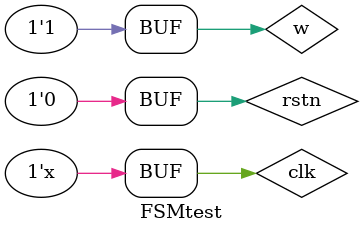
<source format=v>
`timescale 1ns / 1ps

module FSMtest(     );
    reg clk, rstn, w;
    wire z;
    
    FSM DUT(.clk(clk), .rstn(rstn), .w(w), .z(z));
    
    initial begin
        {clk, rstn, w} = 0;
    end
    
    always #10 clk = ~clk;
    
    initial begin
        #100
        rstn = 1;
        #100;
        rstn = 0;
        w = 1;
    end
endmodule

</source>
